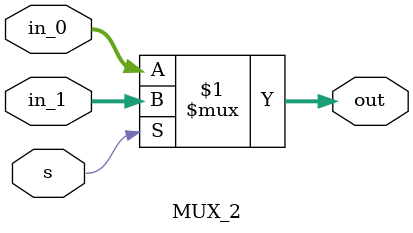
<source format=v>
`timescale 1ns / 1ps


module MUX_2
   #(parameter N = 4)
   (
    input [N-1:0] in_0,
    input [N-1:0] in_1,
    input s,
    output [N-1:0] out
    );
    
    assign out = s? in_1:in_0;
endmodule

</source>
